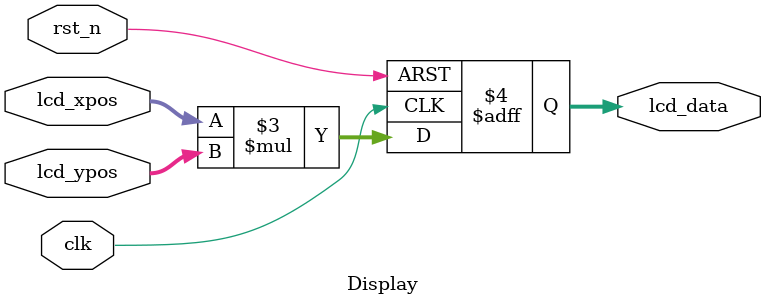
<source format=v>
`timescale 1ns/1ns

`define RED		24'hFF0000 
`define GREEN	24'h00FF00 
`define BLUE  	24'h0000FF 
`define WHITE 	24'hFFFFFF 
`define BLACK 	24'h000000 
`define YELLOW	24'hFFFF00 
`define CYAN  	24'hFF00FF 
`define ROYAL 	24'h00FFFF 

// Define Display Mode
// `define	VGA_HORIZONTAL_COLOR
// `define	VGA_VERTICAL_COLOR
// `define	VGA_GRAY_GRAPH
`define	VGA_GRAFTAL_GRAPH

module Display
#(
	parameter H_DISP = 1280,
	parameter V_DISP = 1024
)
( 
	input  wire	 		clk,	
	input  wire			rst_n,	
	input  wire	[11:0]	lcd_xpos,	//lcd horizontal coordinate
	input  wire	[11:0]	lcd_ypos,	//lcd vertical coordinate
	
	output reg  [23:0]	lcd_data	//lcd data
);

`ifdef VGA_HORIZONTAL_COLOR
always@(posedge clk or negedge rst_n)
begin
	if(!rst_n)
		lcd_data <= 24'h0;
	else
		begin
		if	(lcd_ypos >= 0 && lcd_ypos < (V_DISP/8)*1)
			lcd_data <= `RED;
		else if(lcd_ypos >= (V_DISP/8)*1 && lcd_ypos < (V_DISP/8)*2)
			lcd_data <= `GREEN;
		else if(lcd_ypos >= (V_DISP/8)*2 && lcd_ypos < (V_DISP/8)*3)
			lcd_data <= `BLUE;
		else if(lcd_ypos >= (V_DISP/8)*3 && lcd_ypos < (V_DISP/8)*4)
			lcd_data <= `WHITE;
		else if(lcd_ypos >= (V_DISP/8)*4 && lcd_ypos < (V_DISP/8)*5)
			lcd_data <= `BLACK;
		else if(lcd_ypos >= (V_DISP/8)*5 && lcd_ypos < (V_DISP/8)*6)
			lcd_data <= `YELLOW;
		else if(lcd_ypos >= (V_DISP/8)*6 && lcd_ypos < (V_DISP/8)*7)
			lcd_data <= `CYAN;
		else
			lcd_data <= `ROYAL;
		end
end
`endif

`ifdef VGA_VERTICAL_COLOR
always@(posedge clk or negedge rst_n)
begin
	if(!rst_n)
		lcd_data <= 24'h0;
	else
		begin
		if	(lcd_xpos >= 0 && lcd_xpos < (H_DISP/8)*1)
			lcd_data <= `RED;
		else if(lcd_xpos >= (H_DISP/8)*1 && lcd_xpos < (H_DISP/8)*2)
			lcd_data <= `GREEN;
		else if(lcd_xpos >= (H_DISP/8)*2 && lcd_xpos < (H_DISP/8)*3)
			lcd_data <= `BLUE;
		else if(lcd_xpos >= (H_DISP/8)*3 && lcd_xpos < (H_DISP/8)*4)
			lcd_data <= `WHITE;
		else if(lcd_xpos >= (H_DISP/8)*4 && lcd_xpos < (H_DISP/8)*5)
			lcd_data <= `BLACK;
		else if(lcd_xpos >= (H_DISP/8)*5 && lcd_xpos < (H_DISP/8)*6)
			lcd_data <= `YELLOW;
		else if(lcd_xpos >= (H_DISP/8)*6 && lcd_xpos < (H_DISP/8)*7)
			lcd_data <= `CYAN;
		else
			lcd_data <= `ROYAL;
		end
end
`endif

`ifdef VGA_GRAFTAL_GRAPH
always@(posedge clk or negedge rst_n)
begin
	if(!rst_n)
		lcd_data <= 24'h0;
	else
		lcd_data <= lcd_xpos * lcd_ypos;
end
`endif


`ifdef VGA_GRAY_GRAPH
always@(posedge clk or negedge rst_n)
begin
	if(!rst_n)
		lcd_data <= 24'h0;
	else
		begin
		if(lcd_ypos < V_DISP/2)
			lcd_data <= {lcd_ypos[7:0], lcd_ypos[7:0], lcd_ypos[7:0]};
		else
			lcd_data <= {lcd_xpos[7:0], lcd_xpos[7:0], lcd_xpos[7:0]};
		end
end
`endif

endmodule
</source>
